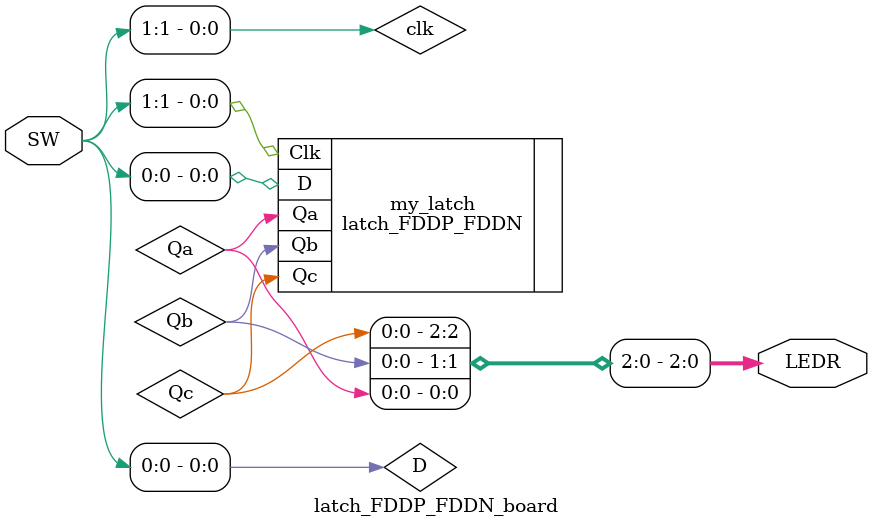
<source format=v>
module latch_FDDP_FDDN_board(
    input [7:0] SW,
    output [7:0] LEDR
);

wire D = SW[0];
wire clk = SW[1];

wire Qa, Qb, Qc;


latch_FDDP_FDDN my_latch(
    .D(D),
    .Clk(clk),
    .Qa(Qa),
    .Qb(Qb),
    .Qc(Qc)
);


assign LEDR[0] = Qa;
assign LEDR[1] = Qb;
assign LEDR[2] = Qc;


endmodule

</source>
